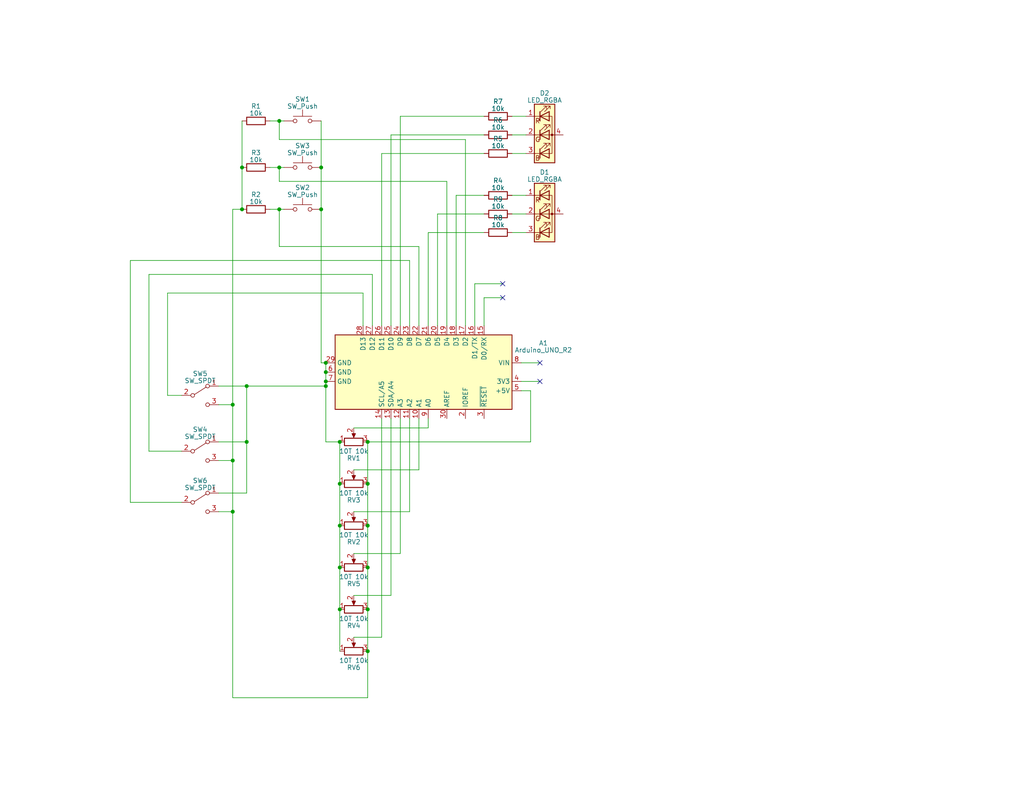
<source format=kicad_sch>
(kicad_sch (version 20230121) (generator eeschema)
  (paper "USLetter")
  (title_block (title "IO Demo Shield") (date "2023-03-29") (rev "1") (company "Out-of-Band Development") (comment 1 "Matthew Whited"))
  (lib_symbols
    (symbol "Device:LED_RGBA" (pin_names (offset 0) hide)
      (property "Reference" "D" (at 0 9.398 0))
      (property "Value" "LED_RGBA" (at 0 -8.89 0))
      (symbol "LED_RGBA_0_0"
        (text "B" (at -1.905 -6.35 0) (effects (font (size 1.27 1.27))))
        (text "G" (at -1.905 -1.27 0) (effects (font (size 1.27 1.27))))
        (text "R" (at -1.905 3.81 0) (effects (font (size 1.27 1.27))))
      )
      (symbol "LED_RGBA_0_1"
        (polyline (pts (xy -1.27 -5.08) (xy -2.54 -5.08)))
        (polyline (pts (xy -1.27 -5.08) (xy 1.27 -5.08)))
        (polyline (pts (xy -1.27 -3.81) (xy -1.27 -6.35)) (stroke (width 0.254)))
        (polyline (pts (xy -1.27 0) (xy -2.54 0)))
        (polyline (pts (xy -1.27 1.27) (xy -1.27 -1.27)) (stroke (width 0.254)))
        (polyline (pts (xy -1.27 5.08) (xy -2.54 5.08)))
        (polyline (pts (xy -1.27 5.08) (xy 1.27 5.08)))
        (polyline (pts (xy -1.27 6.35) (xy -1.27 3.81)) (stroke (width 0.254)))
        (polyline (pts (xy 1.27 0) (xy -1.27 0)))
        (polyline (pts (xy 1.27 0) (xy 2.54 0)))
        (polyline (pts (xy -1.27 1.27) (xy -1.27 -1.27) (xy -1.27 -1.27)))
        (polyline (pts (xy -1.27 6.35) (xy -1.27 3.81) (xy -1.27 3.81)))
        (polyline (pts (xy 1.27 -5.08) (xy 2.032 -5.08) (xy 2.032 5.08) (xy 1.27 5.08)))
        (polyline (pts (xy 1.27 -3.81) (xy 1.27 -6.35) (xy -1.27 -5.08) (xy 1.27 -3.81)) (stroke (width 0.254)))
        (polyline (pts (xy 1.27 1.27) (xy 1.27 -1.27) (xy -1.27 0) (xy 1.27 1.27)) (stroke (width 0.254)))
        (polyline (pts (xy 1.27 6.35) (xy 1.27 3.81) (xy -1.27 5.08) (xy 1.27 6.35)) (stroke (width 0.254)))
        (polyline (pts (xy -1.016 -3.81) (xy 0.508 -2.286) (xy -0.254 -2.286) (xy 0.508 -2.286) (xy 0.508 -3.048)))
        (polyline (pts (xy -1.016 1.27) (xy 0.508 2.794) (xy -0.254 2.794) (xy 0.508 2.794) (xy 0.508 2.032)))
        (polyline (pts (xy -1.016 6.35) (xy 0.508 7.874) (xy -0.254 7.874) (xy 0.508 7.874) (xy 0.508 7.112)))
        (polyline (pts (xy 0 -3.81) (xy 1.524 -2.286) (xy 0.762 -2.286) (xy 1.524 -2.286) (xy 1.524 -3.048)))
        (polyline (pts (xy 0 1.27) (xy 1.524 2.794) (xy 0.762 2.794) (xy 1.524 2.794) (xy 1.524 2.032)))
        (polyline (pts (xy 0 6.35) (xy 1.524 7.874) (xy 0.762 7.874) (xy 1.524 7.874) (xy 1.524 7.112)))
        (rectangle (start 1.27 -1.27) (end 1.27 1.27))
        (rectangle (start 1.27 1.27) (end 1.27 1.27))
        (rectangle (start 1.27 3.81) (end 1.27 6.35))
        (rectangle (start 1.27 6.35) (end 1.27 6.35))
        (circle (center 2.032 0) (radius 0.254) (fill (type outline)))
        (rectangle (start 2.794 8.382) (end -2.794 -7.62) (stroke (width 0.254)) (fill (type background)))
      )
      (symbol "LED_RGBA_1_1"
        (pin passive line (at -5.08 5.08 0) (length 2.54) (name "RK") (number "1"))
        (pin passive line (at -5.08 0 0) (length 2.54) (name "GK") (number "2"))
        (pin passive line (at -5.08 -5.08 0) (length 2.54) (name "BK") (number "3"))
        (pin passive line (at 5.08 0 180) (length 2.54) (name "A") (number "4"))
      )
    )
    (symbol "Device:R" (pin_numbers hide) (pin_names (offset 0))
      (property "Reference" "R" (at 2.032 0 90))
      (property "Value" "R" (at 0 0 90))
      (symbol "R_0_1"
        (rectangle (start -1.016 -2.54) (end 1.016 2.54) (stroke (width 0.254)))
      )
      (symbol "R_1_1"
        (pin passive line (at 0 3.81 270) (length 1.27) (name "~") (number "1"))
        (pin passive line (at 0 -3.81 90) (length 1.27) (name "~") (number "2"))
      )
    )
    (symbol "Device:R_Potentiometer" (pin_names (offset 1.016) hide)
      (property "Reference" "RV" (at -4.445 0 90))
      (property "Value" "R_Potentiometer" (at -2.54 0 90))
      (symbol "R_Potentiometer_0_1"
        (polyline (pts (xy 2.54 0) (xy 1.524 0)))
        (polyline (pts (xy 1.143 0) (xy 2.286 0.508) (xy 2.286 -0.508) (xy 1.143 0)) (fill (type outline)))
        (rectangle (start 1.016 2.54) (end -1.016 -2.54) (stroke (width 0.254)))
      )
      (symbol "R_Potentiometer_1_1"
        (pin passive line (at 0 3.81 270) (length 1.27) (name "1") (number "1"))
        (pin passive line (at 3.81 0 180) (length 1.27) (name "2") (number "2"))
        (pin passive line (at 0 -3.81 90) (length 1.27) (name "3") (number "3"))
      )
    )
    (symbol "MCU_Module:Arduino_UNO_R2"
      (property "Reference" "A" (at -10.16 23.495 0))
      (property "Value" "Arduino_UNO_R2" (at 5.08 -26.67 0))
      (symbol "Arduino_UNO_R2_0_1"
        (rectangle (start -10.16 22.86) (end 10.16 -25.4) (stroke (width 0.254)) (fill (type background)))
      )
      (symbol "Arduino_UNO_R2_1_1"
        (pin no_connect line (at -10.16 -20.32 0) (length 2.54) hide (name "NC") (number "1"))
        (pin bidirectional line (at 12.7 -2.54 180) (length 2.54) (name "A1") (number "10"))
        (pin bidirectional line (at 12.7 -5.08 180) (length 2.54) (name "A2") (number "11"))
        (pin bidirectional line (at 12.7 -7.62 180) (length 2.54) (name "A3") (number "12"))
        (pin bidirectional line (at 12.7 -10.16 180) (length 2.54) (name "SDA/A4") (number "13"))
        (pin bidirectional line (at 12.7 -12.7 180) (length 2.54) (name "SCL/A5") (number "14"))
        (pin bidirectional line (at -12.7 15.24 0) (length 2.54) (name "D0/RX") (number "15"))
        (pin bidirectional line (at -12.7 12.7 0) (length 2.54) (name "D1/TX") (number "16"))
        (pin bidirectional line (at -12.7 10.16 0) (length 2.54) (name "D2") (number "17"))
        (pin bidirectional line (at -12.7 7.62 0) (length 2.54) (name "D3") (number "18"))
        (pin bidirectional line (at -12.7 5.08 0) (length 2.54) (name "D4") (number "19"))
        (pin output line (at 12.7 10.16 180) (length 2.54) (name "IOREF") (number "2"))
        (pin bidirectional line (at -12.7 2.54 0) (length 2.54) (name "D5") (number "20"))
        (pin bidirectional line (at -12.7 0 0) (length 2.54) (name "D6") (number "21"))
        (pin bidirectional line (at -12.7 -2.54 0) (length 2.54) (name "D7") (number "22"))
        (pin bidirectional line (at -12.7 -5.08 0) (length 2.54) (name "D8") (number "23"))
        (pin bidirectional line (at -12.7 -7.62 0) (length 2.54) (name "D9") (number "24"))
        (pin bidirectional line (at -12.7 -10.16 0) (length 2.54) (name "D10") (number "25"))
        (pin bidirectional line (at -12.7 -12.7 0) (length 2.54) (name "D11") (number "26"))
        (pin bidirectional line (at -12.7 -15.24 0) (length 2.54) (name "D12") (number "27"))
        (pin bidirectional line (at -12.7 -17.78 0) (length 2.54) (name "D13") (number "28"))
        (pin power_in line (at -2.54 -27.94 90) (length 2.54) (name "GND") (number "29"))
        (pin input line (at 12.7 15.24 180) (length 2.54) (name "~{RESET}") (number "3"))
        (pin input line (at 12.7 5.08 180) (length 2.54) (name "AREF") (number "30"))
        (pin power_out line (at 2.54 25.4 270) (length 2.54) (name "3V3") (number "4"))
        (pin power_out line (at 5.08 25.4 270) (length 2.54) (name "+5V") (number "5"))
        (pin power_in line (at 0 -27.94 90) (length 2.54) (name "GND") (number "6"))
        (pin power_in line (at 2.54 -27.94 90) (length 2.54) (name "GND") (number "7"))
        (pin power_in line (at -2.54 25.4 270) (length 2.54) (name "VIN") (number "8"))
        (pin bidirectional line (at 12.7 0 180) (length 2.54) (name "A0") (number "9"))
      )
    )
    (symbol "Switch:SW_Push" (pin_numbers hide) (pin_names (offset 1.016) hide)
      (property "Reference" "SW" (at 1.27 2.54 0))
      (property "Value" "SW_Push" (at 0 -1.524 0))
      (symbol "SW_Push_0_1"
        (circle (center -2.032 0) (radius 0.508))
        (polyline (pts (xy 0 1.27) (xy 0 3.048)))
        (polyline (pts (xy 2.54 1.27) (xy -2.54 1.27)))
        (circle (center 2.032 0) (radius 0.508))
        (pin passive line (at -5.08 0 0) (length 2.54) (name "1") (number "1"))
        (pin passive line (at 5.08 0 180) (length 2.54) (name "2") (number "2"))
      )
    )
    (symbol "Switch:SW_SPDT" (pin_names (offset 0) hide)
      (property "Reference" "SW" (at 0 4.318 0))
      (property "Value" "SW_SPDT" (at 0 -5.08 0))
      (symbol "SW_SPDT_0_0"
        (circle (center -2.032 0) (radius 0.508))
        (circle (center 2.032 -2.54) (radius 0.508))
      )
      (symbol "SW_SPDT_0_1"
        (polyline (pts (xy -1.524 0.254) (xy 1.651 2.286)))
        (circle (center 2.032 2.54) (radius 0.508))
      )
      (symbol "SW_SPDT_1_1"
        (pin passive line (at 5.08 2.54 180) (length 2.54) (name "A") (number "1"))
        (pin passive line (at -5.08 0 0) (length 2.54) (name "B") (number "2"))
        (pin passive line (at 5.08 -2.54 180) (length 2.54) (name "C") (number "3"))
      )
    )
  )
  (junction (at 76.2 57.15))
  (junction (at 100.33 166.37))
  (junction (at 87.63 57.15))
  (junction (at 67.31 120.65))
  (junction (at 100.33 154.94))
  (junction (at 63.5 139.7))
  (junction (at 87.63 45.72))
  (junction (at 100.33 120.65))
  (junction (at 66.04 57.15))
  (junction (at 67.31 105.41))
  (junction (at 100.33 177.8))
  (junction (at 92.71 143.51))
  (junction (at 66.04 45.72))
  (junction (at 88.9 99.06))
  (junction (at 100.33 132.08))
  (junction (at 63.5 125.73))
  (junction (at 76.2 45.72))
  (junction (at 92.71 120.65))
  (junction (at 63.5 110.49))
  (junction (at 88.9 101.6))
  (junction (at 88.9 104.14))
  (junction (at 76.2 33.02))
  (junction (at 92.71 166.37))
  (junction (at 88.9 105.41))
  (junction (at 92.71 132.08))
  (junction (at 100.33 143.51))
  (junction (at 92.71 154.94))
  (no_connect (at 137.16 81.28))
  (no_connect (at 147.32 104.14))
  (no_connect (at 137.16 77.47))
  (no_connect (at 147.32 99.06))
  (wire (pts (xy 100.33 154.94) (xy 100.33 166.37)))
  (wire (pts (xy 127 88.9) (xy 127 38.1)))
  (wire (pts (xy 109.22 114.3) (xy 109.22 151.13)))
  (wire (pts (xy 109.22 31.75) (xy 132.08 31.75)))
  (wire (pts (xy 124.46 88.9) (xy 124.46 53.34)))
  (wire (pts (xy 114.3 88.9) (xy 114.3 67.31)))
  (wire (pts (xy 73.66 33.02) (xy 76.2 33.02)))
  (wire (pts (xy 73.66 45.72) (xy 76.2 45.72)))
  (wire (pts (xy 101.6 88.9) (xy 101.6 74.93)))
  (wire (pts (xy 76.2 57.15) (xy 77.47 57.15)))
  (wire (pts (xy 121.92 49.53) (xy 76.2 49.53)))
  (wire (pts (xy 63.5 190.5) (xy 100.33 190.5)))
  (wire (pts (xy 132.08 81.28) (xy 137.16 81.28)))
  (wire (pts (xy 144.78 106.68) (xy 142.24 106.68)))
  (wire (pts (xy 100.33 166.37) (xy 100.33 177.8)))
  (wire (pts (xy 119.38 88.9) (xy 119.38 58.42)))
  (wire (pts (xy 116.84 116.84) (xy 116.84 114.3)))
  (wire (pts (xy 106.68 36.83) (xy 132.08 36.83)))
  (wire (pts (xy 59.69 110.49) (xy 63.5 110.49)))
  (wire (pts (xy 66.04 33.02) (xy 66.04 45.72)))
  (wire (pts (xy 92.71 120.65) (xy 92.71 132.08)))
  (wire (pts (xy 111.76 139.7) (xy 96.52 139.7)))
  (wire (pts (xy 111.76 114.3) (xy 111.76 139.7)))
  (wire (pts (xy 35.56 71.12) (xy 111.76 71.12)))
  (wire (pts (xy 76.2 33.02) (xy 76.2 38.1)))
  (wire (pts (xy 67.31 105.41) (xy 88.9 105.41)))
  (wire (pts (xy 111.76 71.12) (xy 111.76 88.9)))
  (wire (pts (xy 66.04 45.72) (xy 66.04 57.15)))
  (wire (pts (xy 96.52 116.84) (xy 116.84 116.84)))
  (wire (pts (xy 142.24 104.14) (xy 147.32 104.14)))
  (wire (pts (xy 121.92 88.9) (xy 121.92 49.53)))
  (wire (pts (xy 88.9 99.06) (xy 88.9 101.6)))
  (wire (pts (xy 92.71 120.65) (xy 88.9 120.65)))
  (wire (pts (xy 100.33 132.08) (xy 100.33 143.51)))
  (wire (pts (xy 139.7 31.75) (xy 143.51 31.75)))
  (wire (pts (xy 109.22 151.13) (xy 96.52 151.13)))
  (wire (pts (xy 88.9 105.41) (xy 88.9 120.65)))
  (wire (pts (xy 35.56 137.16) (xy 35.56 71.12)))
  (wire (pts (xy 67.31 120.65) (xy 67.31 105.41)))
  (wire (pts (xy 63.5 139.7) (xy 63.5 190.5)))
  (wire (pts (xy 114.3 128.27) (xy 96.52 128.27)))
  (wire (pts (xy 45.72 107.95) (xy 45.72 80.01)))
  (wire (pts (xy 139.7 63.5) (xy 143.51 63.5)))
  (wire (pts (xy 100.33 190.5) (xy 100.33 177.8)))
  (wire (pts (xy 73.66 57.15) (xy 76.2 57.15)))
  (wire (pts (xy 104.14 173.99) (xy 96.52 173.99)))
  (wire (pts (xy 87.63 57.15) (xy 87.63 99.06)))
  (wire (pts (xy 124.46 53.34) (xy 132.08 53.34)))
  (wire (pts (xy 92.71 143.51) (xy 92.71 154.94)))
  (wire (pts (xy 59.69 139.7) (xy 63.5 139.7)))
  (wire (pts (xy 104.14 88.9) (xy 104.14 41.91)))
  (wire (pts (xy 49.53 107.95) (xy 45.72 107.95)))
  (wire (pts (xy 127 38.1) (xy 76.2 38.1)))
  (wire (pts (xy 76.2 45.72) (xy 77.47 45.72)))
  (wire (pts (xy 59.69 105.41) (xy 67.31 105.41)))
  (wire (pts (xy 144.78 120.65) (xy 144.78 106.68)))
  (wire (pts (xy 104.14 114.3) (xy 104.14 173.99)))
  (wire (pts (xy 99.06 80.01) (xy 99.06 88.9)))
  (wire (pts (xy 106.68 88.9) (xy 106.68 36.83)))
  (wire (pts (xy 63.5 57.15) (xy 66.04 57.15)))
  (wire (pts (xy 63.5 125.73) (xy 63.5 139.7)))
  (wire (pts (xy 119.38 58.42) (xy 132.08 58.42)))
  (wire (pts (xy 92.71 132.08) (xy 92.71 143.51)))
  (wire (pts (xy 63.5 110.49) (xy 63.5 57.15)))
  (wire (pts (xy 87.63 99.06) (xy 88.9 99.06)))
  (wire (pts (xy 76.2 45.72) (xy 76.2 49.53)))
  (wire (pts (xy 49.53 137.16) (xy 35.56 137.16)))
  (wire (pts (xy 114.3 67.31) (xy 76.2 67.31)))
  (wire (pts (xy 139.7 53.34) (xy 143.51 53.34)))
  (wire (pts (xy 59.69 134.62) (xy 67.31 134.62)))
  (wire (pts (xy 132.08 88.9) (xy 132.08 81.28)))
  (wire (pts (xy 100.33 143.51) (xy 100.33 154.94)))
  (wire (pts (xy 139.7 41.91) (xy 143.51 41.91)))
  (wire (pts (xy 129.54 77.47) (xy 137.16 77.47)))
  (wire (pts (xy 92.71 166.37) (xy 92.71 177.8)))
  (wire (pts (xy 109.22 88.9) (xy 109.22 31.75)))
  (wire (pts (xy 100.33 120.65) (xy 144.78 120.65)))
  (wire (pts (xy 116.84 88.9) (xy 116.84 63.5)))
  (wire (pts (xy 76.2 33.02) (xy 77.47 33.02)))
  (wire (pts (xy 101.6 74.93) (xy 40.64 74.93)))
  (wire (pts (xy 142.24 99.06) (xy 147.32 99.06)))
  (wire (pts (xy 114.3 114.3) (xy 114.3 128.27)))
  (wire (pts (xy 40.64 123.19) (xy 49.53 123.19)))
  (wire (pts (xy 106.68 114.3) (xy 106.68 162.56)))
  (wire (pts (xy 40.64 74.93) (xy 40.64 123.19)))
  (wire (pts (xy 88.9 104.14) (xy 88.9 105.41)))
  (wire (pts (xy 129.54 88.9) (xy 129.54 77.47)))
  (wire (pts (xy 45.72 80.01) (xy 99.06 80.01)))
  (wire (pts (xy 88.9 101.6) (xy 88.9 104.14)))
  (wire (pts (xy 139.7 36.83) (xy 143.51 36.83)))
  (wire (pts (xy 139.7 58.42) (xy 143.51 58.42)))
  (wire (pts (xy 63.5 125.73) (xy 59.69 125.73)))
  (wire (pts (xy 104.14 41.91) (xy 132.08 41.91)))
  (wire (pts (xy 92.71 154.94) (xy 92.71 166.37)))
  (wire (pts (xy 59.69 120.65) (xy 67.31 120.65)))
  (wire (pts (xy 106.68 162.56) (xy 96.52 162.56)))
  (wire (pts (xy 67.31 134.62) (xy 67.31 120.65)))
  (wire (pts (xy 116.84 63.5) (xy 132.08 63.5)))
  (wire (pts (xy 87.63 45.72) (xy 87.63 57.15)))
  (wire (pts (xy 63.5 110.49) (xy 63.5 125.73)))
  (wire (pts (xy 100.33 120.65) (xy 100.33 132.08)))
  (wire (pts (xy 76.2 67.31) (xy 76.2 57.15)))
  (wire (pts (xy 87.63 33.02) (xy 87.63 45.72)))
  (symbol (lib_id "Device:R") (at 135.89 53.34 90) (unit 1)
    (property "Reference" "R4" (at 135.89 49.3141 90))
    (property "Value" "10k" (at 135.89 51.2351 90))
    (property "Footprint" "Resistor_THT:R_Axial_DIN0207_L6.3mm_D2.5mm_P7.62mm_Horizontal" (effects hide))
  )
  (symbol (lib_id "Device:R_Potentiometer") (at 96.52 154.94 90) (unit 1)
    (property "Reference" "RV5" (at 96.52 159.385 90))
    (property "Value" "10T 10k" (at 96.52 157.48 90))
    (property "Footprint" "Potentiometer_THT:Potentiometer_Bourns_3296W_Vertical" (effects hide))
  )
  (symbol (lib_id "Device:R") (at 69.85 33.02 90) (unit 1)
    (property "Reference" "R1" (at 69.85 28.9941 90))
    (property "Value" "10k" (at 69.85 30.9151 90))
    (property "Footprint" "Resistor_THT:R_Axial_DIN0207_L6.3mm_D2.5mm_P7.62mm_Horizontal" (effects hide))
  )
  (symbol (lib_id "Device:R_Potentiometer") (at 96.52 177.8 90) (unit 1)
    (property "Reference" "RV6" (at 96.52 182.245 90))
    (property "Value" "10T 10k" (at 96.52 180.34 90))
    (property "Footprint" "Potentiometer_THT:Potentiometer_Bourns_3296W_Vertical" (effects hide))
  )
  (symbol (lib_id "Device:R_Potentiometer") (at 96.52 120.65 90) (unit 1)
    (property "Reference" "RV1" (at 96.52 125.095 90))
    (property "Value" "10T 10k" (at 96.52 123.19 90))
    (property "Footprint" "Potentiometer_THT:Potentiometer_Bourns_3296W_Vertical" (effects hide))
  )
  (symbol (lib_id "Device:R") (at 69.85 45.72 90) (unit 1)
    (property "Reference" "R3" (at 69.85 41.6941 90))
    (property "Value" "10k" (at 69.85 43.6151 90))
    (property "Footprint" "Resistor_THT:R_Axial_DIN0207_L6.3mm_D2.5mm_P7.62mm_Horizontal" (effects hide))
  )
  (symbol (lib_id "Device:R") (at 135.89 58.42 90) (unit 1)
    (property "Reference" "R9" (at 135.89 54.3941 90))
    (property "Value" "10k" (at 135.89 56.3151 90))
    (property "Footprint" "Resistor_THT:R_Axial_DIN0207_L6.3mm_D2.5mm_P7.62mm_Horizontal" (effects hide))
  )
  (symbol (lib_id "Device:R_Potentiometer") (at 96.52 166.37 90) (unit 1)
    (property "Reference" "RV4" (at 96.52 170.815 90))
    (property "Value" "10T 10k" (at 96.52 168.91 90))
    (property "Footprint" "Potentiometer_THT:Potentiometer_Bourns_3296W_Vertical" (effects hide))
  )
  (symbol (lib_id "Switch:SW_SPDT") (at 54.61 123.19 0) (unit 1)
    (property "Reference" "SW4" (at 54.61 117.2591 0))
    (property "Value" "SW_SPDT" (at 54.61 119.1801 0))
    (property "Footprint" "Button_Switch_THT:SW_CuK_OS102011MA1QN1_SPDT_Angled" (effects hide))
  )
  (symbol (lib_id "Switch:SW_SPDT") (at 54.61 137.16 0) (unit 1)
    (property "Reference" "SW6" (at 54.61 131.2291 0))
    (property "Value" "SW_SPDT" (at 54.61 133.1501 0))
    (property "Footprint" "Button_Switch_THT:SW_CuK_OS102011MA1QN1_SPDT_Angled" (effects hide))
  )
  (symbol (lib_id "Switch:SW_Push") (at 82.55 45.72 0) (unit 1)
    (property "Reference" "SW3" (at 82.55 39.7891 0))
    (property "Value" "SW_Push" (at 82.55 41.7101 0))
    (property "Footprint" "Button_Switch_THT:SW_Tactile_Straight_KSA0Axx1LFTR" (effects hide))
  )
  (symbol (lib_id "Device:R_Potentiometer") (at 96.52 143.51 90) (unit 1)
    (property "Reference" "RV2" (at 96.52 147.955 90))
    (property "Value" "10T 10k" (at 96.52 146.05 90))
    (property "Footprint" "Potentiometer_THT:Potentiometer_Bourns_3296W_Vertical" (effects hide))
  )
  (symbol (lib_id "Switch:SW_Push") (at 82.55 57.15 0) (unit 1)
    (property "Reference" "SW2" (at 82.55 51.2191 0))
    (property "Value" "SW_Push" (at 82.55 53.1401 0))
    (property "Footprint" "Button_Switch_THT:SW_Tactile_Straight_KSA0Axx1LFTR" (effects hide))
  )
  (symbol (lib_id "Switch:SW_SPDT") (at 54.61 107.95 0) (unit 1)
    (property "Reference" "SW5" (at 54.61 102.0191 0))
    (property "Value" "SW_SPDT" (at 54.61 103.9401 0))
    (property "Footprint" "Button_Switch_THT:SW_CuK_OS102011MA1QN1_SPDT_Angled" (effects hide))
  )
  (symbol (lib_id "Device:LED_RGBA") (at 148.59 58.42 0) (unit 1)
    (property "Reference" "D1" (at 148.59 47.0281 0))
    (property "Value" "LED_RGBA" (at 148.59 48.9491 0))
    (property "Footprint" "LED_THT:LED_D5.0mm-4_RGB" (effects hide))
  )
  (symbol (lib_id "Device:R") (at 135.89 31.75 90) (unit 1)
    (property "Reference" "R7" (at 135.89 27.7241 90))
    (property "Value" "10k" (at 135.89 29.6451 90))
    (property "Footprint" "Resistor_THT:R_Axial_DIN0207_L6.3mm_D2.5mm_P7.62mm_Horizontal" (effects hide))
  )
  (symbol (lib_id "Device:R") (at 135.89 41.91 90) (unit 1)
    (property "Reference" "R5" (at 135.89 37.8841 90))
    (property "Value" "10k" (at 135.89 39.8051 90))
    (property "Footprint" "Resistor_THT:R_Axial_DIN0207_L6.3mm_D2.5mm_P7.62mm_Horizontal" (effects hide))
  )
  (symbol (lib_id "Device:R") (at 69.85 57.15 90) (unit 1)
    (property "Reference" "R2" (at 69.85 53.1241 90))
    (property "Value" "10k" (at 69.85 55.0451 90))
    (property "Footprint" "Resistor_THT:R_Axial_DIN0207_L6.3mm_D2.5mm_P7.62mm_Horizontal" (effects hide))
  )
  (symbol (lib_id "MCU_Module:Arduino_UNO_R2") (at 116.84 101.6 270) (unit 1)
    (property "Reference" "A1" (at 148.2744 93.6623 90))
    (property "Value" "Arduino_UNO_R2" (at 148.2744 95.5833 90))
    (property "Footprint" "Module:Arduino_UNO_R2" (effects hide))
    (property "Datasheet" "https://www.arduino.cc/en/Main/arduinoBoardUno" (effects hide))
  )
  (symbol (lib_id "Switch:SW_Push") (at 82.55 33.02 0) (unit 1)
    (property "Reference" "SW1" (at 82.55 27.0891 0))
    (property "Value" "SW_Push" (at 82.55 29.0101 0))
    (property "Footprint" "Button_Switch_THT:SW_Tactile_Straight_KSA0Axx1LFTR" (effects hide))
  )
  (symbol (lib_id "Device:R") (at 135.89 63.5 90) (unit 1)
    (property "Reference" "R8" (at 135.89 59.4741 90))
    (property "Value" "10k" (at 135.89 61.3951 90))
    (property "Footprint" "Resistor_THT:R_Axial_DIN0207_L6.3mm_D2.5mm_P7.62mm_Horizontal" (effects hide))
  )
  (symbol (lib_id "Device:R_Potentiometer") (at 96.52 132.08 90) (unit 1)
    (property "Reference" "RV3" (at 96.52 136.525 90))
    (property "Value" "10T 10k" (at 96.52 134.62 90))
    (property "Footprint" "Potentiometer_THT:Potentiometer_Bourns_3296W_Vertical" (effects hide))
  )
  (symbol (lib_id "Device:LED_RGBA") (at 148.59 36.83 0) (unit 1)
    (property "Reference" "D2" (at 148.59 25.4381 0))
    (property "Value" "LED_RGBA" (at 148.59 27.3591 0))
    (property "Footprint" "LED_THT:LED_D5.0mm-4_RGB" (effects hide))
  )
  (symbol (lib_id "Device:R") (at 135.89 36.83 90) (unit 1)
    (property "Reference" "R6" (at 135.89 32.8041 90))
    (property "Value" "10k" (at 135.89 34.7251 90))
    (property "Footprint" "Resistor_THT:R_Axial_DIN0207_L6.3mm_D2.5mm_P7.62mm_Horizontal" (effects hide))
  )
)
</source>
